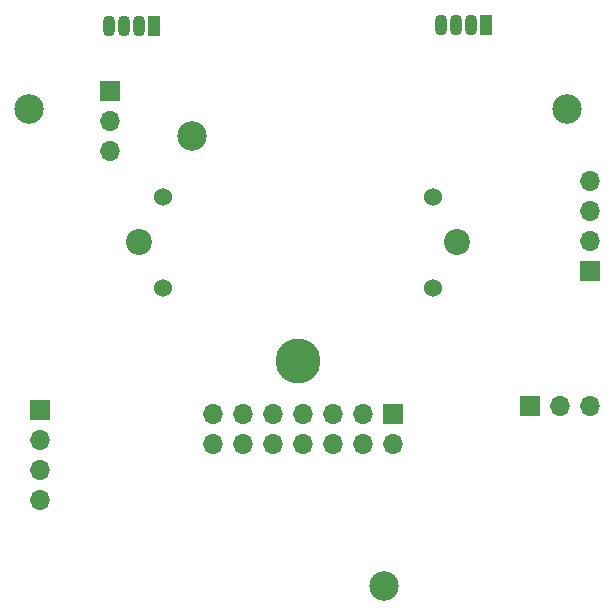
<source format=gbr>
%TF.GenerationSoftware,KiCad,Pcbnew,(5.1.9)-1*%
%TF.CreationDate,2021-09-08T17:50:27-06:00*%
%TF.ProjectId,standby_altimeter,7374616e-6462-4795-9f61-6c74696d6574,rev?*%
%TF.SameCoordinates,Original*%
%TF.FileFunction,Soldermask,Bot*%
%TF.FilePolarity,Negative*%
%FSLAX46Y46*%
G04 Gerber Fmt 4.6, Leading zero omitted, Abs format (unit mm)*
G04 Created by KiCad (PCBNEW (5.1.9)-1) date 2021-09-08 17:50:27*
%MOMM*%
%LPD*%
G01*
G04 APERTURE LIST*
%ADD10O,1.700000X1.700000*%
%ADD11R,1.700000X1.700000*%
%ADD12O,1.070000X1.800000*%
%ADD13R,1.070000X1.800000*%
%ADD14C,2.500000*%
%ADD15C,3.800000*%
%ADD16C,2.200000*%
%ADD17C,1.524000*%
G04 APERTURE END LIST*
D10*
%TO.C,J1*%
X181659518Y-104318987D03*
X181659518Y-101778987D03*
X184199518Y-104318987D03*
X184199518Y-101778987D03*
X186739518Y-104318987D03*
X186739518Y-101778987D03*
X189279518Y-104318987D03*
X189279518Y-101778987D03*
X191819518Y-104318987D03*
X191819518Y-101778987D03*
X194359518Y-104318987D03*
X194359518Y-101778987D03*
X196899518Y-104318987D03*
D11*
X196899518Y-101778987D03*
%TD*%
D12*
%TO.C,D2*%
X200989807Y-68880574D03*
X202259807Y-68880574D03*
X203529807Y-68880574D03*
D13*
X204799807Y-68880574D03*
%TD*%
D12*
%TO.C,D1*%
X172834309Y-68912574D03*
X174104309Y-68912574D03*
X175374309Y-68912574D03*
D13*
X176644309Y-68912574D03*
%TD*%
D14*
%TO.C,H3*%
X196102017Y-116313568D03*
%TD*%
%TO.C,H2*%
X211592098Y-75997987D03*
%TD*%
%TO.C,H1*%
X166102018Y-75997987D03*
%TD*%
D15*
%TO.C,M1*%
X188847058Y-97263953D03*
D14*
X179847058Y-78263953D03*
D16*
X202347058Y-87263953D03*
X175347058Y-87263953D03*
D17*
X200272058Y-83413953D03*
X200272058Y-91113953D03*
X177422058Y-91113953D03*
X177422058Y-83413953D03*
%TD*%
D10*
%TO.C,J3*%
X172925515Y-79515452D03*
X172925515Y-76975452D03*
D11*
X172925515Y-74435452D03*
%TD*%
D10*
%TO.C,J2*%
X213565515Y-101105452D03*
X211025515Y-101105452D03*
D11*
X208485515Y-101105452D03*
%TD*%
D10*
%TO.C,DS2*%
X213565515Y-82055452D03*
X213565515Y-84595452D03*
X213565515Y-87135452D03*
D11*
X213565515Y-89675452D03*
%TD*%
D10*
%TO.C,DS1*%
X167028601Y-109047091D03*
X167028601Y-106507091D03*
X167028601Y-103967091D03*
D11*
X167028601Y-101427091D03*
%TD*%
M02*

</source>
